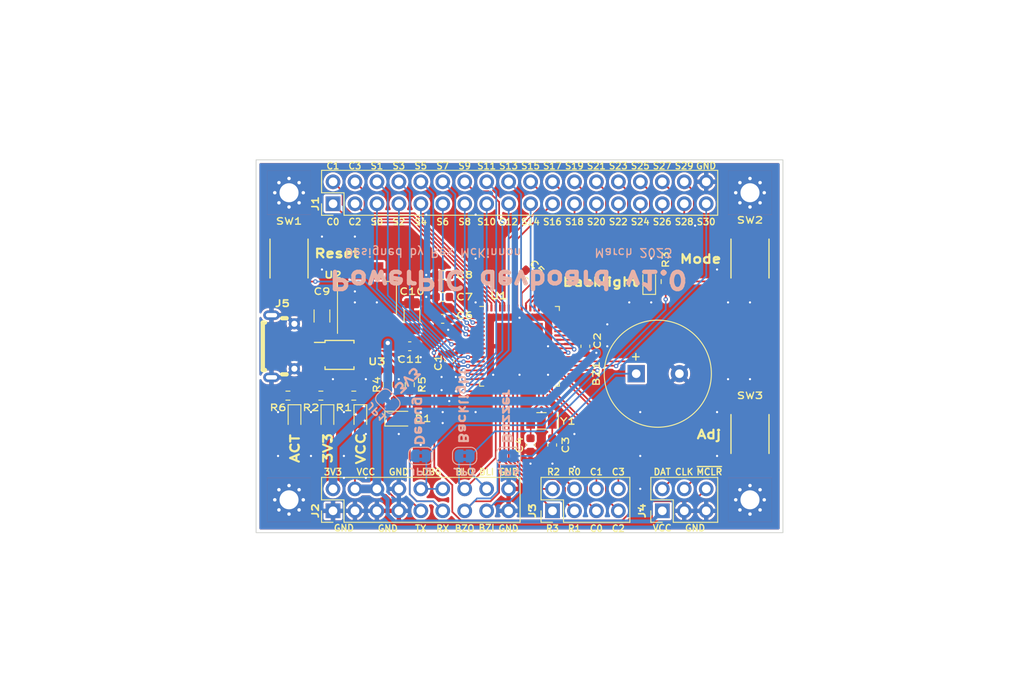
<source format=kicad_pcb>
(kicad_pcb (version 20221018) (generator pcbnew)
  (title_block (title "PowerPIC Calculator Watch") (date "2022-05-02") (rev "2.0") (comment 1 "Designed by Rex McKinnon <0xff@rexploits.com>"))
  (layers (0 "F.Cu" signal) (31 "B.Cu" signal) (34 "B.Paste" user) (35 "F.Paste" user) (36 "B.SilkS" user "B.Silkscreen") (37 "F.SilkS" user "F.Silkscreen") (38 "B.Mask" user) (39 "F.Mask" user) (44 "Edge.Cuts" user))
  (net 0 "")
  (net 1 "GND")
  (net 2 "VCC")
  (net 3 "/SEG22")
  (net 4 "/SEG25")
  (net 5 "/ROW3")
  (net 6 "/ROW2")
  (net 7 "/ROW1")
  (net 8 "/ROW0")
  (net 9 "/COL0")
  (net 10 "/COL1")
  (net 11 "/COL2")
  (net 12 "/COL3")
  (net 13 "/COM0")
  (net 14 "/COM1")
  (net 15 "/COM2")
  (net 16 "/COM3")
  (net 17 "/SEG0")
  (net 18 "/SEG1")
  (net 19 "/SEG2")
  (net 20 "/SEG3")
  (net 21 "/SEG4")
  (net 22 "/SEG5")
  (net 23 "/SEG6")
  (net 24 "/SEG7")
  (net 25 "/SEG8")
  (net 26 "/SEG9")
  (net 27 "/SEG10")
  (net 28 "/SEG11")
  (net 29 "/SEG12")
  (net 30 "/SEG13")
  (net 31 "/SEG14")
  (net 32 "/SEG15")
  (net 33 "/SEG16")
  (net 34 "/SEG17")
  (net 35 "/SEG18")
  (net 36 "/SEG19")
  (net 37 "/SEG20")
  (net 38 "/SEG21")
  (net 39 "/SEG23")
  (net 40 "/SEG24")
  (net 41 "/SEG26")
  (net 42 "/SEG27")
  (net 43 "/SEG28")
  (net 44 "/SEG29")
  (net 45 "/SEG30")
  (net 46 "VBUS")
  (net 47 "+3V3")
  (net 48 "/BUZZER_ONB")
  (net 49 "/UART_RX")
  (net 50 "/UART_TX")
  (net 51 "/DEBUG")
  (net 52 "/BUZZER")
  (net 53 "/BACKLIGHT_LED")
  (net 54 "/BACKLIGHT")
  (net 55 "/~{MCLR}")
  (net 56 "/ICSP_CLK")
  (net 57 "/ICSP_DAT")
  (net 58 "Net-(U1-RC0)")
  (net 59 "Net-(U1-RC1)")
  (net 60 "Net-(U1-CFLY1{slash}SEG32{slash}RH2)")
  (net 61 "Net-(U1-CFLY2{slash}SEG40{slash}RH3)")
  (net 62 "Net-(U1-VLCD1{slash}RE0)")
  (net 63 "Net-(U1-VLCD2{slash}RE1)")
  (net 64 "Net-(U1-VLCD3)")
  (net 65 "Net-(J5-D-)")
  (net 66 "Net-(J5-D+)")
  (net 68 "Net-(LED1-K)")
  (net 69 "Net-(LED2-K)")
  (net 70 "Net-(LED3-A)")
  (net 71 "Net-(LED4-A)")
  (net 72 "Net-(U3-TXD)")
  (net 73 "Net-(U3-RXD)")
  (net 80 "Net-(LED4-K)")
  (footprint "Resistor_SMD:R_0603_1608Metric" (layer "F.Cu") (at 73.12 103.265 -90)
    (fp_text reference "R4")
    (fp_text value "R")
  )
  (footprint "Capacitor_SMD:C_0603_1608Metric" (layer "F.Cu") (at 89.63 110.25 -90)
    (fp_text reference "C4")
    (fp_text value "TBD")
  )
  (footprint "UPL-Switches:Button_Push_SPST_C&K_PTS647Sx38SMTR2LFS" (layer "F.Cu") (at 61.69 88.66 90)
    (fp_text reference "SW1")
    (fp_text value "Reset")
  )
  (footprint "Capacitor_SMD:C_0603_1608Metric" (layer "F.Cu") (at 75.66 98.82 180)
    (fp_text reference "C11")
    (fp_text value "0.1µF")
  )
  (footprint "Resistor_SMD:R_0603_1608Metric" (layer "F.Cu") (at 61.563 104.535 180)
    (fp_text reference "R6")
    (fp_text value "R")
  )
  (footprint "Capacitor_SMD:C_0603_1608Metric" (layer "F.Cu") (at 79.47 95.645 180)
    (fp_text reference "C6")
    (fp_text value "0.27μF")
  )
  (footprint "Package_SO:MSOP-10_3x3mm_P0.5mm" (layer "F.Cu") (at 67.532 99.82)
    (fp_text reference "U3")
    (fp_text value "CH340E")
  )
  (footprint "Package_DFN_QFN:QFN-64-1EP_9x9mm_P0.5mm_EP5.4x5.4mm" (layer "F.Cu") (at 88.36 98.82)
    (fp_text reference "U1")
    (fp_text value "PIC16LF19197-xMR")
  )
  (footprint "Connector_PinHeader_2.54mm:PinHeader_2x09_P2.54mm_Vertical" (layer "F.Cu") (at 66.78 117.875 90)
    (fp_text reference "J2")
    (fp_text value "Misc I/O")
  )
  (footprint "Crystal:Crystal_SMD_MicroCrystal_CC7V-T1A-2Pin_3.2x1.5mm" (layer "F.Cu") (at 90.9 107.456 180)
    (fp_text reference "Y1")
    (fp_text value "32.768kHz")
  )
  (footprint "LED_SMD:LED_0603_1608Metric" (layer "F.Cu") (at 66.135 107.075 -90)
    (fp_text reference "LED2" hide)
    (fp_text value "3V3")
  )
  (footprint "MountingHole:MountingHole_2.2mm_M2_Pad_Via" (layer "F.Cu") (at 115.03 116.6)
    (fp_text reference "H4" hide)
    (fp_text value "MountingHole_Pad")
  )
  (footprint "UPL-Switches:Button_Push_SPST_C&K_PTS647Sx38SMTR2LFS" (layer "F.Cu") (at 115.03 108.98 90)
    (fp_text reference "SW3")
    (fp_text value "Adj")
  )
  (footprint "LED_SMD:LED_0603_1608Metric" (layer "F.Cu") (at 103.3714 91.327 90)
    (fp_text reference "LED3" hide)
    (fp_text value "Backlight")
  )
  (footprint "Package_TO_SOT_SMD:SOT-223-3_TabPin2" (layer "F.Cu") (at 70.707 93.232 90)
    (fp_text reference "U2")
    (fp_text value "AP2114")
  )
  (footprint "LED_SMD:LED_0603_1608Metric" (layer "F.Cu") (at 62.325 107.075 -90)
    (fp_text reference "LED4" hide)
    (fp_text value "ACT")
  )
  (footprint "Resistor_SMD:R_0603_1608Metric" (layer "F.Cu") (at 105.2764 91.327 90)
    (fp_text reference "R3")
    (fp_text value "TBD")
  )
  (footprint "Capacitor_SMD:C_1206_3216Metric" (layer "F.Cu") (at 65.5 95.313 90)
    (fp_text reference "C9")
    (fp_text value "4.7µF")
  )
  (footprint "Capacitor_SMD:C_0603_1608Metric" (layer "F.Cu") (at 92.14 110.25 -90)
    (fp_text reference "C3")
    (fp_text value "TBD")
  )
  (footprint "UPL-Connectors:USB_Micro-B_Receptacle_AdamTech_MCR-B-S-RA-SMT-CS5A-NF-TR" (layer "F.Cu") (at 59.658 98.82 180)
    (fp_text reference "J5")
    (fp_text value "Micro USB")
  )
  (footprint "MountingHole:MountingHole_2.2mm_M2_Pad_Via" (layer "F.Cu") (at 115.03 81.04)
    (fp_text reference "H2" hide)
    (fp_text value "MountingHole_Pad")
  )
  (footprint "Resistor_SMD:R_0603_1608Metric" (layer "F.Cu") (at 69.183 104.535 180)
    (fp_text reference "R1")
    (fp_text value "R")
  )
  (footprint "UPL-Switches:Button_Push_SPST_C&K_PTS647Sx38SMTR2LFS" (layer "F.Cu") (at 115.03 88.66 -90)
    (fp_text reference "SW2")
    (fp_text value "Mode")
  )
  (footprint "Capacitor_SMD:C_0603_1608Metric" (layer "F.Cu") (at 80.232 100.471 90)
    (fp_text reference "C1")
    (fp_text value "0.1µF")
  )
  (footprint "Diode_SMD:D_SOD-323" (layer "F.Cu") (at 74.39 107.202)
    (fp_text reference "D1")
    (fp_text value "D")
  )
  (footprint "Capacitor_SMD:C_0603_1608Metric" (layer "F.Cu") (at 89.63 90.565 135)
    (fp_text reference "C5")
    (fp_text value "1μF")
  )
  (footprint "MountingHole:MountingHole_2.2mm_M2_Pad_Via" (layer "F.Cu") (at 61.69 81.04)
    (fp_text reference "H1" hide)
    (fp_text value "MountingHole_Pad")
  )
  (footprint "Capacitor_SMD:C_0603_1608Metric" (layer "F.Cu") (at 79.47 93.105 180)
    (fp_text reference "C7")
    (fp_text value "0.27μF")
  )
  (footprint "LED_SMD:LED_0603_1608Metric" (layer "F.Cu") (at 69.945 107.075 -90)
    (fp_text reference "LED1" hide)
    (fp_text value "VCC")
  )
  (footprint "MountingHole:MountingHole_2.2mm_M2_Pad_Via" (layer "F.Cu") (at 61.69 116.6)
    (fp_text reference "H3" hide)
    (fp_text value "MountingHole_Pad")
  )
  (footprint "powerpic-devboard:Buzzer_12.2x6.5RM5" (layer "F.Cu") (at 104.362 101.995)
    (fp_text reference "BZ1")
    (fp_text value "Buzzer")
  )
  (footprint "Connector_PinHeader_2.54mm:PinHeader_2x18_P2.54mm_Vertical" (layer "F.Cu") (at 66.785 82.315 90)
    (fp_text reference "J1")
    (fp_text value "Display")
  )
  (footprint "Capacitor_SMD:C_0603_1608Metric" (layer "F.Cu") (at 79.47 90.565 180)
    (fp_text reference "C8")
    (fp_text value "0.27μF")
  )
  (footprint "Connector_PinHeader_2.54mm:PinHeader_2x03_P2.54mm_Vertical" (layer "F.Cu") (at 104.885 117.875 90)
    (fp_text reference "J4")
    (fp_text value "ICSP")
  )
  (footprint "Resistor_SMD:R_0603_1608Metric" (layer "F.Cu") (at 65.373 104.535 180)
    (fp_text reference "R2")
    (fp_text value "R")
  )
  (footprint "Capacitor_SMD:C_0603_1608Metric" (layer "F.Cu") (at 95.98 98.82 90)
    (fp_text reference "C2")
    (fp_text value "0.1µF")
  )
  (footprint "Connector_PinHeader_2.54mm:PinHeader_2x04_P2.54mm_Vertical" (layer "F.Cu") (at 92.18 117.875 90)
    (fp_text reference "J3")
    (fp_text value "Keypad")
  )
  (footprint "Capacitor_SMD:C_1206_3216Metric" (layer "F.Cu") (at 75.914 95.313 90)
    (fp_text reference "C10")
    (fp_text value "4.7µF")
  )
  (footprint "Resistor_SMD:R_0603_1608Metric" (layer "F.Cu") (at 75.66 103.265 -90)
    (fp_text reference "R5")
    (fp_text value "R")
  )
  (footprint "Jumper:SolderJumper-2_P1.3mm_Bridged_RoundedPad1.0x1.5mm" (layer "B.Cu") (at 73.12 105.17 -45)
    (fp_text reference "JP1")
    (fp_text value "3V3_en")
  )
  (footprint "Jumper:SolderJumper-2_P1.3mm_Bridged2Bar_RoundedPad1.0x1.5mm" (layer "B.Cu") (at 76.93 111.52)
    (fp_text reference "JP2")
    (fp_text value "Debug_en")
  )
  (footprint "Jumper:SolderJumper-2_P1.3mm_Bridged2Bar_RoundedPad1.0x1.5mm" (layer "B.Cu") (at 87.09 111.52)
    (fp_text reference "JP4")
    (fp_text value "Buzzer_en")
  )
  (footprint "Jumper:SolderJumper-2_P1.3mm_Bridged2Bar_RoundedPad1.0x1.5mm" (layer "B.Cu") (at 82.01 111.52)
    (fp_text reference "JP3")
    (fp_text value "Backlight_en")
  )
  (gr_rect (start 57.88 77.23) (end 118.84 120.41) (stroke (width 0.1)) (fill none) (layer "Edge.Cuts"))
  (gr_text "Buzzer" (at 86.328 110.25 -90) (layer "B.SilkS") (effects (font (size 1 1.25) (thickness 0.25) bold) (justify left bottom mirror)))
  (gr_text "PowerPIC devboard v1.0" (at 87.09 89.93 180) (layer "B.SilkS") (effects (font (size 2 2.25) (thickness 0.5) bold) (justify bottom mirror)))
  (gr_text "Debug" (at 76.168 107.456 -90) (layer "B.SilkS") (effects (font (size 1 1.25) (thickness 0.25) bold) (justify bottom mirror)))
  (gr_text "3V3" (at 73.628 103.646 -135) (layer "B.SilkS") (effects (font (size 1 1.25) (thickness 0.25) bold) (justify left bottom mirror)))
  (gr_text "March 2023" (at 106.14 87.39 180) (layer "B.SilkS") (effects (font (size 1 1)) (justify right bottom mirror)))
  (gr_text "Designed by Rex McKinnon" (at 68.04 87.39 180) (layer "B.SilkS") (effects (font (size 1 1)) (justify left bottom mirror)))
  (gr_text "Backlight" (at 81.248 110.25 -90) (layer "B.SilkS") (effects (font (size 1 1.25) (thickness 0.25) bold) (justify left bottom mirror)))
  (gr_text "C3" (at 99.79 113.806) (layer "F.SilkS") (effects (font (size 0.75 0.75)) (justify bottom)))
  (gr_text "S10" (at 84.55 84.85) (layer "F.SilkS") (effects (font (size 0.75 0.75)) (justify bottom)))
  (gr_text "VCC" (at 70.58 108.726 90) (layer "F.SilkS") (effects (font (size 1 1.25) (thickness 0.25) bold) (justify right bottom)))
  (gr_text "S28" (at 107.41 84.85) (layer "F.SilkS") (effects (font (size 0.75 0.75)) (justify bottom)))
  (gr_text "S3" (at 74.39 78.373) (layer "F.SilkS") (effects (font (size 0.75 0.75)) (justify bottom)))
  (gr_text "S22" (at 99.79 84.85) (layer "F.SilkS") (effects (font (size 0.75 0.75)) (justify bottom)))
  (gr_text "S14\n" (at 89.63 84.85) (layer "F.SilkS") (effects (font (size 0.75 0.75)) (justify bottom)))
  (gr_text "GND" (at 109.95 78.373) (layer "F.SilkS") (effects (font (size 0.75 0.75)) (justify bottom)))
  (gr_text "BLO" (at 82.01 113.806) (layer "F.SilkS") (effects (font (size 0.75 0.75)) (justify bottom)))
  (gr_text "RX" (at 79.47 120.3592) (layer "F.SilkS") (effects (font (size 0.75 0.75)) (justify bottom)))
  (gr_text "S7" (at 79.47 78.373) (layer "F.SilkS") (effects (font (size 0.75 0.75)) (justify bottom)))
  (gr_text "S11" (at 84.55 78.373) (layer "F.SilkS") (effects (font (size 0.75 0.75)) (justify bottom)))
  (gr_text "S13" (at 87.09 78.373) (layer "F.SilkS") (effects (font (size 0.75 0.75)) (justify bottom)))
  (gr_text "C3\n" (at 69.31 78.373) (layer "F.SilkS") (effects (font (size 0.75 0.75)) (justify bottom)))
  (gr_text "S25" (at 102.33 78.373) (layer "F.SilkS") (effects (font (size 0.75 0.75)) (justify bottom)))
  (gr_text "S20" (at 97.25 84.85) (layer "F.SilkS") (effects (font (size 0.75 0.75)) (justify bottom)))
  (gr_text "S19" (at 94.71 78.373) (layer "F.SilkS") (effects (font (size 0.75 0.75)) (justify bottom)))
  (gr_text "S8" (at 82.01 84.85) (layer "F.SilkS") (effects (font (size 0.75 0.75)) (justify bottom)))
  (gr_text "S1" (at 71.85 78.373) (layer "F.SilkS") (effects (font (size 0.75 0.75)) (justify bottom)))
  (gr_text "DAT" (at 104.87 113.806) (layer "F.SilkS") (effects (font (size 0.75 0.75)) (justify bottom)))
  (gr_text "BLI" (at 84.55 113.806) (layer "F.SilkS") (effects (font (size 0.75 0.75)) (justify bottom)))
  (gr_text "S15" (at 89.63 78.373) (layer "F.SilkS") (effects (font (size 0.75 0.75)) (justify bottom)))
  (gr_text "C0" (at 66.77 84.85) (layer "F.SilkS") (effects (font (size 0.75 0.75)) (justify bottom)))
  (gr_text "S26" (at 104.87 84.85) (layer "F.SilkS") (effects (font (size 0.75 0.75)) (justify bottom)))
  (gr_text "DBG" (at 78.2 113.806) (layer "F.SilkS") (effects (font (size 0.75 0.75)) (justify bottom)))
  (gr_text "C1" (at 97.25 113.806) (layer "F.SilkS") (effects (font (size 0.75 0.75)) (justify bottom)))
  (gr_text "R1" (at 94.71 120.3592) (layer "F.SilkS") (effects (font (size 0.75 0.75)) (justify bottom)))
  (gr_text "S6" (at 79.47 84.85) (layer "F.SilkS") (effects (font (size 0.75 0.75)) (justify bottom)))
  (gr_text "GND" (at 108.68 120.3084) (layer "F.SilkS") (effects (font (size 0.75 0.75)) (justify bottom)))
  (gr_text "S2" (at 74.39 84.85) (layer "F.SilkS") (effects (font (size 0.75 0.75)) (justify bottom)))
  (gr_text "3V3" (at 66.77 108.726 90) (layer "F.SilkS") (effects (font (size 1 1.25) (thickness 0.25) bold) (justify right bottom)))
  (gr_text "CLK" (at 107.41 113.806) (layer "F.SilkS") (effects (font (size 0.75 0.75)) (justify bottom)))
  (gr_text "Reset" (at 64.484 88.66) (layer "F.SilkS") (effects (font (size 1 1.25) (thickness 0.25) bold) (justify left bottom)))
  (gr_text "S9\n" (at 82.01 78.373) (layer "F.SilkS") (effects (font (size 0.75 0.75)) (justify bottom)))
  (gr_text "S5" (at 76.93 78.373) (layer "F.SilkS") (effects (font (size 0.75 0.75)) (justify bottom)))
  (gr_text "C1" (at 66.77 78.373) (layer "F.SilkS") (effects (font (size 0.75 0.75)) (justify bottom)))
  (gr_text "S16" (at 92.17 84.85) (layer "F.SilkS") (effects (font (size 0.75 0.75)) (justify bottom)))
  (gr_text "C2" (at 69.31 84.85) (layer "F.SilkS") (effects (font (size 0.75 0.75)) (justify bottom)))
  (gr_text "BZO\n" (at 82.01 120.3592) (layer "F.SilkS") (effects (font (size 0.75 0.75)) (justify bottom)))
  (gr_text "VCC" (at 104.87 120.3084) (layer "F.SilkS") (effects (font (size 0.75 0.75)) (justify bottom)))
  (gr_text "C2\n" (at 99.79 120.3592) (layer "F.SilkS") (effects (font (size 0.75 0.75)) (justify bottom)))
  (gr_text "3V3" (at 66.77 113.806) (layer "F.SilkS") (effects (font (size 0.75 0.75)) (justify bottom)))
  (gr_text "S27" (at 104.87 78.373) (layer "F.SilkS") (effects (font (size 0.75 0.75)) (justify bottom)))
  (gr_text "Backlight" (at 93.2114 91.962) (layer "F.SilkS") (effects (font (size 1 1.25) (thickness 0.25) bold) (justify left bottom)))
  (gr_text "ACT" (at 62.96 108.853 90) (layer "F.SilkS") (effects (font (size 1 1.25) (thickness 0.25) bold) (justify right bottom)))
  (gr_text "~{MCLR}" (at 110.331 113.806) (layer "F.SilkS") (effects (font (size 0.75 0.75)) (justify bottom)))
  (gr_text "BZI\n" (at 84.55 120.3084) (layer "F.SilkS") (effects (font (size 0.75 0.75)) (justify bottom)))
  (gr_text "S29" (at 107.41 78.373) (layer "F.SilkS") (effects (font (size 0.75 0.75)) (justify bottom)))
  (gr_text "R2" (at 92.297 113.806) (layer "F.SilkS") (effects (font (size 0.75 0.75)) (justify bottom)))
  (gr_text "C0" (at 97.25 120.3592) (layer "F.SilkS") (effects (font (size 0.75 0.75)) (justify bottom)))
  (gr_text "S23" (at 99.79 78.373) (layer "F.SilkS") (effects (font (size 0.75 0.75)) (justify bottom)))
  (gr_text "S30" (at 109.95 84.85) (layer "F.SilkS") (effects (font (size 0.75 0.75)) (justify bottom)))
  (gr_text "S12\n" (at 87.09 84.85) (layer "F.SilkS") (effects (font (size 0.75 0.75)) (justify bottom)))
  (gr_text "S24" (at 102.33 84.85) (layer "F.SilkS") (effects (font (size 0.75 0.75)) (justify bottom)))
  (gr_text "GND" (at 68.04 120.3084) (layer "F.SilkS") (effects (font (size 0.75 0.75)) (justify bottom)))
  (gr_text "Mode" (at 111.855 89.295) (layer "F.SilkS") (effects (font (size 1 1.25) (thickness 0.25) bold) (justify right bottom)))
  (gr_text "R3" (at 92.17 120.3592) (layer "F.SilkS") (effects (font (size 0.75 0.75)) (justify bottom)))
  (gr_text "GND" (at 87.09 120.3592) (layer "F.SilkS") (effects (font (size 0.75 0.75)) (justify bottom)))
  (gr_text "S21" (at 97.25 78.373) (layer "F.SilkS") (effects (font (size 0.75 0.75)) (justify bottom)))
  (gr_text "R0" (at 94.71 113.806) (layer "F.SilkS") (effects (font (size 0.75 0.75)) (justify bottom)))
  (gr_text "GND" (at 74.39 113.806) (layer "F.SilkS") (effects (font (size 0.75 0.75)) (justify bottom)))
  (gr_text "TX\n" (at 76.93 120.3592) (layer "F.SilkS") (effects (font (size 0.75 0.75)) (justify bottom)))
  (gr_text "S0" (at 71.85 84.85) (layer "F.SilkS") (effects (font (size 0.75 0.75) (thickness 0.15) bold) (justify bottom)))
  (gr_text "VCC" (at 70.58 113.806) (layer "F.SilkS") (effects (font (size 0.75 0.75)) (justify bottom)))
  (gr_text "GND" (at 87.09 113.806) (layer "F.SilkS") (effects (font (size 0.75 0.75)) (justify bottom)))
  (gr_text "Adj" (at 111.855 109.615) (layer "F.SilkS") (effects (font (size 1 1.25) (thickness 0.25) bold) (justify right bottom)))
  (gr_text "GND" (at 73.12 120.3592) (layer "F.SilkS") (effects (font (size 0.75 0.75)) (justify bottom)))
  (gr_text "S4" (at 76.93 84.85) (layer "F.SilkS") (effects (font (size 0.75 0.75)) (justify bottom)))
  (gr_text "S18" (at 94.71 84.85) (layer "F.SilkS") (effects (font (size 0.75 0.75)) (justify bottom)))
  (gr_text "S17" (at 92.17 78.373) (layer "F.SilkS") (effects (font (size 0.75 0.75)) (justify bottom)))
  (segment (start 92.7999 98.5676) (end 95.4574 98.5676) (width 0.2) (layer "F.Cu") (net 1))
  (segment (start 80.858 99.07) (end 80.232 99.696) (width 0.2) (layer "F.Cu") (net 1))
  (segment (start 95.4574 98.5676) (end 95.98 98.045) (width 0.2) (layer "F.Cu") (net 1))
  (segment (start 92.7975 98.57) (end 91.662 98.82) (width 0.2) (layer "F.Cu") (net 1))
  (segment (start 83.9225 99.07) (end 80.858 99.07) (width 0.2) (layer "F.Cu") (net 1))
  (segment (start 65.332 99.82) (end 63.865 99.82) (width 0.2) (layer "F.Cu") (net 1))
  (segment (start 91.793 98.57) (end 91.789 98.566) (width 0.2) (layer "F.Cu") (net 1))
  (segment (start 92.7975 98.57) (end 92.7999 98.5676) (width 0.2) (layer "F.Cu") (net 1))
  (segment (start 91.662 98.82) (end 91.793 98.57) (width 0.2) (layer "F.Cu") (net 1))
  (segment (start 65.332 99.82) (end 67.04 99.82) (width 0.2) (layer "F.Cu") (net 1))
  (segment (start 85.054 99.07) (end 85.058 99.074) (width 0.2) (layer "F.Cu") (net 1))
  (segment (start 83.9225 99.07) (end 85.054 99.07) (width 0.2) (layer "F.Cu") (net 1))
  (via (at 66.77 102.63) (size 0.508) (drill 0.254) (layers "F.Cu" "B.Cu") (net 1))
  (via (at 88.36 102.122) (size 0.508) (drill 0.254) (layers "F.Cu" "B.Cu") (net 1))
  (via (at 80.994 104.027) (size 0.508) (drill 0.254) (layers "F.Cu" "B.Cu") (net 1))
  (via (at 74.39 102.63) (size 0.508) (drill 0.254) (layers "F.Cu" "B.Cu") (net 1))
  (via (at 83.28 106.44) (size 0.508) (drill 0.254) (layers "F.Cu" "B.Cu") (net 1))
  (via (at 115.03 102.63) (size 0.508) (drill 0.254) (layers "F.Cu" "B.Cu") (net 1))
  (via (at 77.565 83.58) (size 0.508) (drill 0.254) (layers "F.Cu" "B.Cu") (net 1))
  (via (at 101.06 93.74) (size 0.508) (drill 0.254) (layers "F.Cu" "B.Cu") (net 1))
  (via (at 111.22 111.52) (size 0.508) (drill 0.254) (layers "F.Cu" "B.Cu") (net 1))
  (via (at 111.22 106.44) (size 0.508) (drill 0.254) (layers "F.Cu" "B.Cu") (net 1))
  (via (at 77.565 93.105) (size 0.508) (drill 0.254) (layers "F.Cu" "B.Cu") (net 1))
  (via (at 103.6 93.74) (size 0.508) (drill 0.254) (layers "F.Cu" "B.Cu") (net 1))
  (via (at 79.216 100.598) (size 0.508) (drill 0.254) (layers "F.Cu" "B.Cu") (net 1))
  (via (at 74.39 100.09) (size 0.508) (drill 0.254) (layers "F.Cu" "B.Cu") (net 1))
  (via (at 94.71 112.79) (size 0.508) (drill 0.254) (layers "F.Cu" "B.Cu") (net 1))
  (via (at 70.58 102.63) (size 0.508) (drill 0.254) (layers "F.Cu" "B.Cu") (net 1))
  (via (at 91.662 98.82) (size 0.508) (drill 0.254) (layers "F.Cu" "B.Cu") (net 1))
  (via (at 79.47 107.71) (size 0.508) (drill 0.254) (layers "F.Cu" "B.Cu") (net 1))
  (via (at 115.03 93.74) (size 0.508) (drill 0.254) (layers "F.Cu" "B.Cu") (net 1))
  (via (at 83.28 83.58) (size 0.508) (drill 0.254) (layers "F.Cu" "B.Cu") (net 1))
  (via (at 71.85 93.74) (size 0.508) (drill 0.254) (layers "F.Cu" "B.Cu") (net 1))
  (via (at 69.31 93.74) (size 0.508) (drill 0.254) (layers "F.Cu" "B.Cu") (net 1))
  (via (at 89.63 117.87) (size 0.508) (drill 0.254) (layers "F.Cu" "B.Cu") (net 1))
  (via (at 69.31 92.47) (size 0.508) (drill 0.254) (layers "F.Cu" "B.Cu") (net 1))
  (via (at 65.5 86.12) (size 0.508) (drill 0.254) (layers "F.Cu" "B.Cu") (net 1))
  (via (at 60.42 106.44) (size 0.508) (drill 0.254) (layers "F.Cu" "B.Cu") (net 1))
  (via (at 80.105 96.915) (size 0.508) (drill 0.254) (layers "F.Cu" "B.Cu") (net 1))
  (via (at 74.39 108.98) (size 0.508) (drill 0.254) (layers "F.Cu" "B.Cu") (net 1))
  (via (at 102.33 115.33) (size 0.508) (drill 0.254) (layers "F.Cu" "B.Cu") (net 1))
  (via (at 76.93 100.09) (size 0.508) (drill 0.254) (layers "F.Cu" "B.Cu") (net 1))
  (via (at 79.343 103.9) (size 0.508) (drill 0.254) (layers "F.Cu" "B.Cu") (net 1))
  (via (at 102.33 106.44) (size 0.508) (drill 0.254) (layers "F.Cu" "B.Cu") (net 1))
  (via (at 76.93 106.44) (size 0.508) (drill 0.254) (layers "F.Cu" "B.Cu") (net 1))
  (via (at 68.04 111.52) (size 0.508) (drill 0.254) (layers "F.Cu" "B.Cu") (net 1))
  (via (at 70.58 108.98) (size 0.508) (drill 0.254) (layers "F.Cu" "B.Cu") (net 1))
  (via (at 88.36 95.518) (size 0.508) (drill 0.254) (layers "F.Cu" "B.Cu") (net 1))
  (via (at 98.52 96.28) (size 0.508) (drill 0.254) (layers "F.Cu" "B.Cu") (net 1))
  (via (at 68.04 106.44) (size 0.508) (drill 0.254) (layers "F.Cu" "B.Cu") (net 1))
  (via (at 102.33 111.52) (size 0.508) (drill 0.254) (layers "F.Cu" "B.Cu") (net 1))
  (via (at 85.312 102.122) (size 0.508) (drill 0.254) (layers "F.Cu" "B.Cu") (net 1))
  (via (at 76.93 103.9) (size 0.508) (drill 0.254) (layers "F.Cu" "B.Cu") (net 1))
  (via (at 83.28 88.66) (size 0.508) (drill 0.254) (layers "F.Cu" "B.Cu") (net 1))
  (via (at 69.31 86.12) (size 0.508) (drill 0.254) (layers "F.Cu" "B.Cu") (net 1))
  (via (at 112.49 102.63) (size 0.508) (drill 0.254) (layers "F.Cu" "B.Cu") (net 1))
  (via (at 111.22 89.93) (size 0.508) (drill 0.254) (layers "F.Cu" "B.Cu") (net 1))
  (via (at 79.343 102.376) (size 0.508) (drill 0.254) (layers "F.Cu" "B.Cu") (net 1))
  (via (at 70.58 114.06) (size 0.508) (drill 0.254) (layers "F.Cu" "B.Cu") (net 1))
  (via (at 103.6 88.66) (size 0.508) (drill 0.254) (layers "F.Cu" "B.Cu") (net 1))
  (via (at 77.565 90.565) (size 0.508) (drill 0.254) (layers "F.Cu" "B.Cu") (net 1))
  (via (at 76.93 110.25) (size 0.508) (drill 0.254) (layers "F.Cu" "B.Cu") (net 1))
  (via (at 98.52 98.82) (size 0.508) (drill 0.254) (layers "F.Cu" "B.Cu") (net 1))
  (via (at 68.04 114.06) (size 0.508) (drill 0.254) (layers "F.Cu" "B.Cu") (net 1))
  (via (at 92.17 112.409) (size 0.508) (drill 0.254) (layers "F.Cu" "B.Cu") (net 1))
  (via (at 108.68 84.85) (size 0.508) (drill 0.254) (layers "F.Cu" "B.Cu") (net 1))
  (via (at 89.63 112.409) (size 0.508) (drill 0.254) (layers "F.Cu" "B.Cu") (net 1))
  (via (at 64.23 111.52) (size 0.508) (drill 0.254) (layers "F.Cu" "B.Cu") (net 1))
  (via (at 64.23 106.44) (size 0.508) (drill 0.254) (layers "F.Cu" "B.Cu") (net 1))
  (via (at 65.5 89.93) (size 0.508) (drill 0.254) (layers "F.Cu" "B.Cu") (net 1))
  (via (at 79.47 106.44) (size 0.508) (drill 0.254) (layers "F.Cu" "B.Cu") (net 1))
  (via (at 91.662 102.122) (size 0.508) (drill 0.254) (layers "F.Cu" "B.Cu") (net 1))
  (via (at 90.9 106.44) (size 0.508) (drill 0.254) (layers "F.Cu" "B.Cu") (net 1))
  (via (at 83.28 93.74) (size 0.508) (drill 0.254) (layers "F.Cu" "B.Cu") (net 1))
  (via (at 60.42 111.52) (size 0.508) (drill 0.254) (layers "F.Cu" "B.Cu") (net 1))
  (via (at 80.994 102.376) (size 0.508) (drill 0.254) (layers "F.Cu" "B.Cu") (net 1))
  (via (at 102.33 117.87) (size 0.508) (drill 0.254) (layers "F.Cu" "B.Cu") (net 1))
  (via (at 94.71 108.98) (size 0.508) (drill 0.254) (layers "F.Cu" "B.Cu") (net 1))
  (via (at 112.49 93.74) (size 0.508) (drill 0.254) (layers "F.Cu" "B.Cu") (net 1))
  (segment (start 80.232 101.246) (end 80.232 105.17) (width 0.2) (layer "F.Cu") (net 2))
  (segment (start 97.237 99.595) (end 97.25 99.582) (width 0.2) (layer "F.Cu") (net 2))
  (segment (start 92.7975 100.07) (end 95.505 100.07) (width 0.2) (layer "F.Cu") (net 2))
  (segment (start 95.505 100.07) (end 95.98 99.595) (width 0.2) (layer "F.Cu") (net 2))
  (segment (start 69.945 107.8625) (end 69.32 108.4875) (width 0.2) (layer "F.Cu") (net 2))
  (segment (start 69.32 108.4875) (end 69.32 115.335) (width 0.2) (layer "F.Cu") (net 2))
  (segment (start 95.98 99.595) (end 97.237 99.595) (width 0.2) (layer "F.Cu") (net 2))
  (segment (start 80.232 101.246) (end 81.908 99.57) (width 0.2) (layer "F.Cu") (net 2))
  (segment (start 69.32 115.335) (end 71.86 115.335) (width 1) (layer "F.Cu") (net 2))
  (segment (start 81.908 99.57) (end 83.9225 99.57) (width 0.2) (layer "F.Cu") (net 2))
  (via (at 97.25 99.582) (size 0.508) (drill 0.254) (layers "F.Cu" "B.Cu") (net 2))
  (via (at 80.232 105.17) (size 0.508) (drill 0.254) (layers "F.Cu" "B.Cu") (net 2))
  (segment (start 73.0874 118.298206) (end 73.0874 116.5624) (width 0.45) (layer "B.Cu") (net 2))
  (segment (start 71.85 108.7448) (end 71.85 107.71) (width 1) (layer "B.Cu") (net 2))
  (segment (start 71.85 107.71) (end 74.39 105.17) (width 1) (layer "B.Cu") (net 2))
  (segment (start 71.86 115.335) (end 71.86 108.7548) (width 1) (layer "B.Cu") (net 2))
  (segment (start 71.86 115.335) (end 69.32 115.335) (width 1) (layer "B.Cu") (net 2))
  (segment (start 73.0874 116.5624) (end 71.86 115.335) (width 0.45) (layer "B.Cu") (net 2))
  (segment (start 103.6576 119.1024) (end 73.891594 119.1024) (width 0.45) (layer "B.Cu") (net 2))
  (segment (start 71.86 108.7548) (end 71.85 108.7448) (width 1) (layer "B.Cu") (net 2))
  (segment (start 91.662 105.17) (end 97.25 99.582) (width 1) (layer "B.Cu") (net 2))
  (segment (start 74.39 105.17) (end 80.232 105.17) (width 1) (layer "B.Cu") (net 2))
  (segment (start 104.885 117.875) (end 103.6576 119.1024) (width 0.45) (layer "B.Cu") (net 2))
  (segment (start 80.232 105.17) (end 91.662 105.17) (width 1) (layer "B.Cu") (net 2))
  (segment (start 73.891594 119.1024) (end 73.0874 118.298206) (width 0.45) (layer "B.Cu") (net 2))
  (segment (start 91.61 93.827032) (end 99.805 85.632032) (width 0.2) (layer "F.Cu") (net 3))
  (segment (start 99.805 85.632032) (end 99.805 82.315) (width 0.2) (layer "F.Cu") (net 3))
  (segment (start 91.61 94.3825) (end 91.61 93.827032) (width 0.2) (layer "F.Cu") (net 3))
  (segment (start 93.735558 95.57) (end 103.4474 85.858158) (width 0.2) (layer "F.Cu") (net 4))
  (segment (start 103.4474 80.8774) (end 102.345 79.775) (width 0.2) (layer "F.Cu") (net 4))
  (segment (start 92.7975 95.57) (end 93.735558 95.57) (width 0.2) (layer "F.Cu") (net 4))
  (segment (start 103.4474 85.858158) (end 103.4474 80.8774) (width 0.2) (layer "F.Cu") (net 4))
  (segment (start 86.61 112.154105) (end 92.18 117.724105) (width 0.2) (layer "F.Cu") (net 5))
  (segment (start 86.61 103.2575) (end 86.61 112.154105) (width 0.2) (layer "F.Cu") (net 5))
  (segment (start 92.18 117.724105) (end 92.18 117.875) (width 0.2) (layer "F.Cu") (net 5))
  (segment (start 92.18 115.335) (end 90.289264 115.335) (width 0.2) (layer "F.Cu") (net 6))
  (segment (start 87.11 112.155736) (end 87.11 103.2575) (width 0.2) (layer "F.Cu") (net 6))
  (segment (start 90.289264 115.335) (end 87.11 112.155736) (width 0.2) (layer "F.Cu") (net 6))
  (segment (start 89.657717 114.205085) (end 92.609115 114.205085) (width 0.2) (layer "F.Cu") (net 7))
  (segment (start 88.750632 113.298) (end 89.657717 114.205085) (width 0.2) (layer "F.Cu") (net 7))
  (segment (start 87.61 112.157368) (end 88.750632 113.298) (width 0.2) (layer "F.Cu") (net 7))
  (segment (start 87.61 103.2575) (end 87.61 112.157368) (width 0.2) (layer "F.Cu") (net 7))
  (segment (start 92.609115 114.205085) (end 93.6176 115.21357) (width 0.2) (layer "F.Cu") (net 7))
  (segment (start 93.6176 116.7726) (end 94.72 117.875) (width 0.2) (layer "F.Cu") (net 7))
  (segment (start 93.6176 115.21357) (end 93.6176 116.7726) (width 0.2) (layer "F.Cu") (net 7))
  (segment (start 94.72 115.335) (end 93.237685 113.852685) (width 0.2) (layer "F.Cu") (net 8))
  (segment (start 88.11 112.159) (end 88.11 103.2575) (width 0.2) (layer "F.Cu") (net 8))
  (segment (start 89.803685 113.852685) (end 88.11 112.159) (width 0.2) (layer "F.Cu") (net 8))
  (segment (start 93.237685 113.852685) (end 89.803685 113.852685) (width 0.2) (layer "F.Cu") (net 8))
  (segment (start 96.1576 108.3702) (end 96.1576 116.7726) (width 0.2) (layer "F.Cu") (net 9))
  (segment (start 91.61 103.2575) (end 91.61 103.8226) (width 0.2) (layer "F.Cu") (net 9))
  (segment (start 91.61 103.8226) (end 96.1576 108.3702) (width 0.2) (layer "F.Cu") (net 9))
  (segment (start 96.1576 116.7726) (end 97.26 117.875) (width 0.2) (layer "F.Cu") (net 9))
  (segment (start 97.26 110.0722) (end 97.26 115.335) (width 0.2) (layer "F.Cu") (net 10))
  (segment (start 92.11 103.2575) (end 92.11 103.8146) (width 0.2) (layer "F.Cu") (net 10))
  (segment (start 92.11 103.8146) (end 97.26 108.9646) (width 0.2) (layer "F.Cu") (net 10))
  (segment (start 97.26 108.9646) (end 97.26 110.0722) (width 0.2) (layer "F.Cu") (net 10))
  (segment (start 98.3624 107.5778) (end 98.3624 116.4374) (width 0.2) (layer "F.Cu") (net 11))
  (segment (start 93.3546 102.57) (end 98.3624 107.5778) (width 0.2) (layer "F.Cu") (net 11))
  (segment (start 98.3624 116.4374) (end 99.8 117.875) (width 0.2) (layer "F.Cu") (net 11))
  (segment (start 92.7975 102.57) (end 93.3546 102.57) (width 0.2) (layer "F.Cu") (net 11))
  (segment (start 93.3638 102.0712) (end 99.8 108.5074) (width 0.2) (layer "F.Cu") (net 12))
  (segment (start 99.8 108.5074) (end 99.8 115.335) (width 0.2) (layer "F.Cu") (net 12))
  (segment (start 93.354168 102.0712) (end 93.3638 102.0712) (width 0.2) (layer "F.Cu") (net 12))
  (segment (start 93.352968 102.07) (end 93.354168 102.0712) (width 0.2) (layer "F.Cu") (net 12))
  (segment (start 92.7975 102.07) (end 93.352968 102.07) (width 0.2) (layer "F.Cu") (net 12))
  (segment (start 85.11 94.3825) (end 85.11 93.8174) (width 0.2) (layer "F.Cu") (net 13))
  (segment (start 68.9446 84.4746) (end 66.785 82.315) (width 0.2) (layer "F.Cu") (net 13))
  (segment (start 85.11 93.8174) (end 75.7672 84.4746) (width 0.2) (layer "F.Cu") (net 13))
  (segment (start 75.7672 84.4746) (end 68.9446 84.4746) (width 0.2) (layer "F.Cu") (net 13))
  (segment (start 85.5914 93.800432) (end 75.913168 84.1222) (width 0.2) (layer "F.Cu") (net 14))
  (segment (start 67.8874 80.8774) (end 66.785 79.775) (width 0.2) (layer "F.Cu") (net 14))
  (segment (start 85.61 93.8348) (end 85.5914 93.8162) (width 0.2) (layer "F.Cu") (net 14))
  (segment (start 85.61 94.3825) (end 85.61 93.8348) (width 0.2) (layer "F.Cu") (net 14))
  (segment (start 69.57317 84.1222) (end 67.8874 82.43643) (width 0.2) (layer "F.Cu") (net 14))
  (segment (start 85.5914 93.8162) (end 85.5914 93.800432) (width 0.2) (layer "F.Cu") (net 14))
  (segment (start 75.913168 84.1222) (end 69.57317 84.1222) (width 0.2) (layer "F.Cu") (net 14))
  (segment (start 67.8874 82.43643) (end 67.8874 80.8774) (width 0.2) (layer "F.Cu") (net 14))
  (segment (start 85.9438 93.6606) (end 85.9438 93.654463) (width 0.2) (layer "F.Cu") (net 15))
  (segment (start 86.11 93.8268) (end 85.9438 93.6606) (width 0.2) (layer "F.Cu") (net 15))
  (segment (start 70.7798 83.7698) (end 69.325 82.315) (width 0.2) (layer "F.Cu") (net 15))
  (segment (start 86.11 94.3825) (end 86.11 93.8268) (width 0.2) (layer "F.Cu") (net 15))
  (segment (start 85.9438 93.654463) (end 76.059136 83.7698) (width 0.2) (layer "F.Cu") (net 15))
  (segment (start 76.059136 83.7698) (end 70.7798 83.7698) (width 0.2) (layer "F.Cu") (net 15))
  (segment (start 86.61 93.8188) (end 76.2086 83.4174) (width 0.2) (layer "F.Cu") (net 16))
  (segment (start 86.61 94.3825) (end 86.61 93.8188) (width 0.2) (layer "F.Cu") (net 16))
  (segment (start 70.4274 80.8774) (end 69.325 79.775) (width 0.2) (layer "F.Cu") (net 16))
  (segment (start 71.07317 83.4174) (end 70.4274 82.77163) (width 0.2) (layer "F.Cu") (net 16))
  (segment (start 70.4274 82.77163) (end 70.4274 80.8774) (width 0.2) (layer "F.Cu") (net 16))
  (segment (start 76.2086 83.4174) (end 71.07317 83.4174) (width 0.2) (layer "F.Cu") (net 16))
  (segment (start 83.9225 101.57) (end 83.8785 101.614) (width 0.2) (layer "F.Cu") (net 17))
  (segment (start 83.8785 101.614) (end 81.883 101.614) (width 0.2) (layer "F.Cu") (net 17))
  (via (at 81.883 101.614) (size 0.508) (drill 0.254) (layers "F.Cu" "B.Cu") (net 17))
  (segment (start 81.294638 101.614) (end 71.865 92.184362) (width 0.2) (layer "B.Cu") (net 17))
  (segment (start 81.883 101.614) (end 81.294638 101.614) (width 0.2) (layer "B.Cu") (net 17))
  (segment (start 71.865 92.184362) (end 71.865 82.315) (width 0.2) (layer "B.Cu") (net 17))
  (segment (start 83.9225 101.07) (end 82.4249 101.07) (width 0.2) (layer "F.Cu") (net 18))
  (segment (start 82.4249 101.07) (end 82.391 101.1039) (width 0.2) (layer "F.Cu") (net 18))
  (via (at 82.391 101.1039) (size 0.508) (drill 0.254) (layers "F.Cu" "B.Cu") (net 18))
  (segment (start 81.283406 101.1044) (end 73.12 92.940994) (width 0.2) (layer "B.Cu") (net 18))
  (segment (start 82.3905 101.1044) (end 81.283406 101.1044) (width 0.2) (layer "B.Cu") (net 18))
  (segment (start 73.12 92.940994) (end 73.12 81.03) (width 0.2) (layer "B.Cu") (net 18))
  (segment (start 82.391 101.1039) (end 82.3905 101.1044) (width 0.2) (layer "B.Cu") (net 18))
  (segment (start 73.12 81.03) (end 71.865 79.775) (width 0.2) (layer "B.Cu") (net 18))
  (segment (start 83.9225 100.57) (end 83.8945 100.598) (width 0.2) (layer "F.Cu") (net 19))
  (segment (start 83.8945 100.598) (end 81.883 100.598) (width 0.2) (layer "F.Cu") (net 19))
  (via (at 81.883 100.598) (size 0.508) (drill 0.254) (layers "F.Cu" "B.Cu") (net 19))
  (segment (start 74.405 93.727626) (end 74.405 82.315) (width 0.2) (layer "B.Cu") (net 19))
  (segment (start 81.883 100.598) (end 81.275374 100.598) (width 0.2) (layer "B.Cu") (net 19))
  (segment (start 81.275374 100.598) (end 74.405 93.727626) (width 0.2) (layer "B.Cu") (net 19))
  (segment (start 83.9225 100.07) (end 82.411 100.07) (width 0.2) (layer "F.Cu") (net 20))
  (segment (start 82.411 100.07) (end 82.391 100.09) (width 0.2) (layer "F.Cu") (net 20))
  (via (at 82.391 100.09) (size 0.508) (drill 0.254) (layers "F.Cu" "B.Cu") (net 20))
  (segment (start 75.66 94.484258) (end 75.66 81.03) (width 0.2) (layer "B.Cu") (net 20))
  (segment (start 82.391 100.09) (end 81.265742 100.09) (width 0.2) (layer "B.Cu") (net 20))
  (segment (start 81.265742 100.09) (end 75.66 94.484258) (width 0.2) (layer "B.Cu") (net 20))
  (segment (start 75.66 81.03) (end 74.405 79.775) (width 0.2) (layer "B.Cu") (net 20))
  (segment (start 83.9225 98.57) (end 80.5101 98.57) (width 0.2) (layer "F.Cu") (net 21))
  (segment (start 80.5101 98.57) (end 80.486 98.5941) (width 0.2) (layer "F.Cu") (net 21))
  (via (at 80.486 98.5941) (size 0.508) (drill 0.254) (layers "F.Cu" "B.Cu") (net 21))
  (segment (start 80.486 98.5941) (end 76.945 95.0531) (width 0.2) (layer "B.Cu") (net 21))
  (segment (start 76.945 95.0531) (end 76.945 82.315) (width 0.2) (layer "B.Cu") (net 21))
  (segment (start 83.9225 97.57) (end 82.282734 97.57) (width 0.2) (layer "F.Cu") (net 22))
  (segment (start 82.282734 97.57) (end 82.134811 97.422077) (width 0.2) (layer "F.Cu") (net 22))
  (segment (start 83.9225 97.57) (end 83.8979 97.5946) (width 0.2) (layer "F.Cu") (net 22))
  (via (at 82.134811 97.422077) (size 0.508) (drill 0.254) (layers "F.Cu" "B.Cu") (net 22))
  (segment (start 78.3826 93.669866) (end 78.3826 93.1812) (width 0.2) (layer "B.Cu") (net 22))
  (segment (start 78.3826 93.1812) (end 78.3826 81.2126) (width 0.2) (layer "B.Cu") (net 22))
  (segment (start 78.3826 81.2126) (end 76.945 79.775) (width 0.2) (layer "B.Cu") (net 22))
  (segment (start 82.134811 97.422077) (end 78.3826 93.669866) (width 0.2) (layer "B.Cu") (net 22))
  (segment (start 83.9225 97.07) (end 82.512998 97.07) (width 0.2) (layer "F.Cu") (net 23))
  (segment (start 82.512998 97.07) (end 82.209402 96.766404) (width 0.2) (layer "F.Cu") (net 23))
  (via (at 82.209402 96.766404) (size 0.508) (drill 0.254) (layers "F.Cu" "B.Cu") (net 23))
  (segment (start 79.485 93.4098) (end 79.485 82.315) (width 0.2) (layer "B.Cu") (net 23))
  (segment (start 82.209402 96.766404) (end 79.485 94.042002) (width 0.2) (layer "B.Cu") (net 23))
  (segment (start 79.485 94.042002) (end 79.485 93.4098) (width 0.2) (layer "B.Cu") (net 23))
  (segment (start 82.740749 96.5823) (end 82.262123 96.103674) (width 0.2) (layer "F.Cu") (net 24))
  (segment (start 83.9102 96.5823) (end 82.740749 96.5823) (width 0.2) (layer "F.Cu") (net 24))
  (segment (start 83.9225 96.57) (end 83.9102 96.5823) (width 0.2) (layer "F.Cu") (net 24))
  (via (at 82.262123 96.103674) (size 0.508) (drill 0.254) (layers "F.Cu" "B.Cu") (net 24))
  (segment (start 82.262123 96.103674) (end 80.9226 94.764151) (width 0.2) (layer "B.Cu") (net 24))
  (segment (start 80.9226 94.764151) (end 80.9226 81.2126) (width 0.2) (layer "B.Cu") (net 24))
  (segment (start 80.9226 81.2126) (end 79.485 79.775) (width 0.2) (layer "B.Cu") (net 24))
  (segment (start 83.9225 96.07) (end 82.9557 96.07) (width 0.2) (layer "F.Cu") (net 25))
  (segment (start 82.9557 96.07) (end 82.9498 96.0759) (width 0.2) (layer "F.Cu") (net 25))
  (via (at 82.9498 96.0759) (size 0.508) (drill 0.254) (layers "F.Cu" "B.Cu") (net 25))
  (segment (start 82.9498 96.0759) (end 82.025 95.1511) (width 0.2) (layer "B.Cu") (net 25))
  (segment (start 82.025 95.1511) (end 82.025 82.315) (width 0.2) (layer "B.Cu") (net 25))
  (segment (start 84.61 103.2575) (end 82.3985 103.2575) (width 0.2) (layer "F.Cu") (net 26))
  (segment (start 82.025 79.775) (end 83.1274 80.8774) (width 0.2) (layer "F.Cu") (net 26))
  (segment (start 83.1274 80.8774) (end 84.7684 80.8774) (width 0.2) (layer "F.Cu") (net 26))
  (segment (start 86.0026 84.0166) (end 86.3788 84.3928) (width 0.2) (layer "F.Cu") (net 26))
  (segment (start 86.0026 82.1116) (end 86.0026 82.437) (width 0.2) (layer "F.Cu") (net 26))
  (segment (start 82.3985 103.2575) (end 82.391 103.265) (width 0.2) (layer "F.Cu") (net 26))
  (segment (start 86.0026 82.437) (end 86.0026 84.0166) (width 0.2) (layer "F.Cu") (net 26))
  (segment (start 84.7684 80.8774) (end 85.693 81.802) (width 0.2) (layer "F.Cu") (net 26))
  (segment (start 85.693 81.802) (end 86.0026 82.1116) (width 0.2) (layer "F.Cu") (net 26))
  (via (at 82.391 103.265) (size 0.508) (drill 0.254) (layers "F.Cu" "B.Cu") (net 26))
  (via (at 86.3788 84.3928) (size 0.508) (drill 0.254) (layers "F.Cu" "B.Cu") (net 26))
  (segment (start 82.460426 103.265) (end 82.391 103.265) (width 0.2) (layer "B.Cu") (net 26))
  (segment (start 86.3788 99.346626) (end 82.460426 103.265) (width 0.2) (layer "B.Cu") (net 26))
  (segment (start 86.3788 84.3928) (end 86.3788 99.346626) (width 0.2) (layer "B.Cu") (net 26))
  (segment (start 82.4409 102.07) (end 82.391 102.1199) (width 0.2) (layer "F.Cu") (net 27))
  (segment (start 83.9225 102.07) (end 82.4409 102.07) (width 0.2) (layer "F.Cu") (net 27))
  (via (at 82.391 102.1199) (size 0.508) (drill 0.254) (layers "F.Cu" "B.Cu") (net 27))
  (segment (start 84.565 99.9459) (end 84.565 82.315) (width 0.2) (layer "B.Cu") (net 27))
  (segment (start 82.391 102.1199) (end 84.565 99.9459) (width 0.2) (layer "B.Cu") (net 27))
  (segment (start 83.9225 102.57) (end 83.8662 102.6263) (width 0.2) (layer "F.Cu") (net 28))
  (segment (start 81.8867 102.6263) (end 81.883 102.63) (width 0.2) (layer "F.Cu") (net 28))
  (segment (start 83.8662 102.6263) (end 81.8867 102.6263) (width 0.2) (layer "F.Cu") (net 28))
  (via (at 81.883 102.63) (size 0.508) (drill 0.254) (layers "F.Cu" "B.Cu") (net 28))
  (segment (start 85.6674 80.8774) (end 85.6674 99.559658) (width 0.2) (layer "B.Cu") (net 28))
  (segment (start 82.597058 102.63) (end 83.129029 102.098029) (width 0.2) (layer "B.Cu") (net 28))
  (segment (start 84.565 79.775) (end 85.6674 80.8774) (width 0.2) (layer "B.Cu") (net 28))
  (segment (start 81.883 102.63) (end 82.597058 102.63) (width 0.2) (layer "B.Cu") (net 28))
  (segment (start 85.6674 99.559658) (end 83.129029 102.098029) (width 0.2) (layer "B.Cu") (net 28))
  (segment (start 83.129029 102.098029) (end 83.28 101.947058) (width 0.2) (layer "B.Cu") (net 28))
  (segment (start 84.698336 104.027) (end 81.883 104.027) (width 0.2) (layer "F.Cu") (net 29))
  (segment (start 85.11 103.615336) (end 84.698336 104.027) (width 0.2) (layer "F.Cu") (net 29))
  (segment (start 85.11 103.2575) (end 85.11 103.615336) (width 0.2) (layer "F.Cu") (net 29))
  (via (at 81.883 104.027) (size 0.508) (drill 0.254) (layers "F.Cu" "B.Cu") (net 29))
  (segment (start 81.883 104.027) (end 82.345158 104.027) (width 0.2) (layer "B.Cu") (net 29))
  (segment (start 87.105 99.267158) (end 84.146079 102.226079) (width 0.2) (layer "B.Cu") (net 29))
  (segment (start 87.105 82.315) (end 87.105 99.267158) (width 0.2) (layer "B.Cu") (net 29))
  (segment (start 82.345158 104.027) (end 84.146079 102.226079) (width 0.2) (layer "B.Cu") (net 29))
  (segment (start 92.7975 99.57) (end 92.8079 99.5804) (width 0.2) (layer "F.Cu") (net 30))
  (segment (start 92.7975 99.57) (end 93.9929 99.57) (width 0.2) (layer "F.Cu") (net 30))
  (segment (start 93.9929 99.57) (end 93.9988 99.5641) (width 0.2) (layer "F.Cu") (net 30))
  (via (at 93.9988 99.5641) (size 0.508) (drill 0.254) (layers "F.Cu" "B.Cu") (net 30))
  (segment (start 88.5426 94.1079) (end 88.5426 81.2126) (width 0.2) (layer "B.Cu") (net 30))
  (segment (start 93.9988 99.5641) (end 88.5426 94.1079) (width 0.2) (layer "B.Cu") (net 30))
  (segment (start 88.5426 81.2126) (end 87.105 79.775) (width 0.2) (layer "B.Cu") (net 30))
  (segment (start 94.6683 99.0577) (end 94.6846 99.074) (width 0.2) (layer "F.Cu") (net 31))
  (segment (start 92.8098 99.0577) (end 94.6683 99.0577) (width 0.2) (layer "F.Cu") (net 31))
  (segment (start 92.7975 99.07) (end 92.8098 99.0577) (width 0.2) (layer "F.Cu") (net 31))
  (via (at 94.6846 99.1756) (size 0.508) (drill 0.254) (layers "F.Cu" "B.Cu") (net 31))
  (segment (start 94.6846 99.074) (end 89.645 94.0344) (width 0.2) (layer "B.Cu") (net 31))
  (segment (start 89.645 94.0344) (end 89.645 82.315) (width 0.2) (layer "B.Cu") (net 31))
  (segment (start 90.9 82.61903) (end 90.9 81.03) (width 0.2) (layer "F.Cu") (net 32))
  (segment (start 87.11 94.3825) (end 87.11 86.40903) (width 0.2) (layer "F.Cu") (net 32))
  (segment (start 87.11 86.40903) (end 90.9 82.61903) (width 0.2) (layer "F.Cu") (net 32))
  (segment (start 90.9 81.03) (end 89.645 79.775) (width 0.2) (layer "F.Cu") (net 32))
  (segment (start 87.61 86.89) (end 92.185 82.315) (width 0.2) (layer "F.Cu") (net 33))
  (segment (start 87.61 94.3825) (end 87.61 86.89) (width 0.2) (layer "F.Cu") (net 33))
  (segment (start 93.2874 89.65779) (end 93.2874 80.8774) (width 0.2) (layer "F.Cu") (net 34))
  (segment (start 89.11 93.835189) (end 93.2874 89.65779) (width 0.2) (layer "F.Cu") (net 34))
  (segment (start 93.2874 80.8774) (end 92.185 79.775) (width 0.2) (layer "F.Cu") (net 34))
  (segment (start 89.11 94.3825) (end 89.11 93.835189) (width 0.2) (layer "F.Cu") (net 34))
  (segment (start 89.61 93.833558) (end 94.725 88.718558) (width 0.2) (layer "F.Cu") (net 35))
  (segment (start 89.61 94.3825) (end 89.61 93.833558) (width 0.2) (layer "F.Cu") (net 35))
  (segment (start 94.725 88.718558) (end 94.725 82.315) (width 0.2) (layer "F.Cu") (net 35))
  (segment (start 90.11 94.3825) (end 90.11 93.831926) (width 0.2) (layer "F.Cu") (net 36))
  (segment (start 90.11 93.831926) (end 95.853 88.088926) (width 0.2) (layer "F.Cu") (net 36))
  (segment (start 95.853 80.903) (end 94.725 79.775) (width 0.2) (layer "F.Cu") (net 36))
  (segment (start 95.853 88.088926) (end 95.853 80.903) (width 0.2) (layer "F.Cu") (net 36))
  (segment (start 90.61 94.3825) (end 90.61 93.830294) (width 0.2) (layer "F.Cu") (net 37))
  (segment (start 90.61 93.830294) (end 97.265 87.175294) (width 0.2) (layer "F.Cu") (net 37))
  (segment (start 97.265 87.175294) (end 97.265 82.315) (width 0.2) (layer "F.Cu") (net 37))
  (segment (start 91.11 94.3825) (end 91.11 93.828663) (width 0.2) (layer "F.Cu") (net 38))
  (segment (start 98.3674 86.571262) (end 98.3674 80.8774) (width 0.2) (layer "F.Cu") (net 38))
  (segment (start 91.11 93.828663) (end 98.3674 86.571262) (width 0.2) (layer "F.Cu") (net 38))
  (segment (start 98.3674 80.8774) (end 97.265 79.775) (width 0.2) (layer "F.Cu") (net 38))
  (segment (start 92.11 93.8254) (end 100.9074 85.028) (width 0.2) (layer "F.Cu") (net 39))
  (segment (start 92.11 94.3825) (end 92.11 93.8254) (width 0.2) (layer "F.Cu") (net 39))
  (segment (start 100.9074 85.028) (end 100.9074 80.8774) (width 0.2) (layer "F.Cu") (net 39))
  (segment (start 100.9074 80.8774) (end 99.805 79.775) (width 0.2) (layer "F.Cu") (net 39))
  (segment (start 92.7975 95.07) (end 93.73719 95.07) (width 0.2) (layer "F.Cu") (net 40))
  (segment (start 93.73719 95.07) (end 102.345 86.46219) (width 0.2) (layer "F.Cu") (net 40))
  (segment (start 102.345 86.46219) (end 102.345 82.315) (width 0.2) (layer "F.Cu") (net 40))
  (segment (start 104.885 84.918926) (end 104.885 82.315) (width 0.2) (layer "F.Cu") (net 41))
  (segment (start 93.733926 96.07) (end 104.885 84.918926) (width 0.2) (layer "F.Cu") (net 41))
  (segment (start 92.7975 96.07) (end 93.733926 96.07) (width 0.2) (layer "F.Cu") (net 41))
  (segment (start 105.9874 80.8774) (end 104.885 79.775) (width 0.2) (layer "F.Cu") (net 42))
  (segment (start 93.732294 96.57) (end 105.9874 84.314894) (width 0.2) (layer "F.Cu") (net 42))
  (segment (start 92.7975 96.57) (end 93.732294 96.57) (width 0.2) (layer "F.Cu") (net 42))
  (segment (start 105.9874 84.314894) (end 105.9874 80.8774) (width 0.2) (layer "F.Cu") (net 42))
  (segment (start 92.7975 97.07) (end 93.730662 97.07) (width 0.2) (layer "F.Cu") (net 43))
  (segment (start 93.730662 97.07) (end 107.425 83.375662) (width 0.2) (layer "F.Cu") (net 43))
  (segment (start 107.425 83.375662) (end 107.425 82.315) (width 0.2) (layer "F.Cu") (net 43))
  (segment (start 108.5274 82.77163) (end 108.5274 82.0306) (width 0.2) (layer "F.Cu") (net 44))
  (segment (start 108.5274 82.0306) (end 108.5274 80.8774) (width 0.2) (layer "F.Cu") (net 44))
  (segment (start 93.72903 97.57) (end 94.503146 96.795884) (width 0.2) (layer "F.Cu") (net 44))
  (segment (start 92.7975 97.57) (end 93.72903 97.57) (width 0.2) (layer "F.Cu") (net 44))
  (segment (start 108.5274 80.8774) (end 107.425 79.775) (width 0.2) (layer "F.Cu") (net 44))
  (segment (start 94.503146 96.795884) (end 108.5274 82.77163) (width 0.2) (layer "F.Cu") (net 44))
  (segment (start 99.5 101.07) (end 99.536 101.106) (width 0.2) (layer "F.Cu") (net 45))
  (segment (start 92.7975 101.07) (end 99.5 101.07) (width 0.2) (layer "F.Cu") (net 45))
  (via (at 99.536 101.106) (size 0.508) (drill 0.254) (layers "F.Cu" "B.Cu") (net 45))
  (segment (start 99.536 101.106) (end 109.965 90.677) (width 0.2) (layer "B.Cu") (net 45))
  (segment (start 109.965 90.677) (end 109.965 82.315) (width 0.2) (layer "B.Cu") (net 45))
  (segment (start 72.739 98.82) (end 73.12 98.439) (width 0.2) (layer "F.Cu") (net 47))
  (segment (start 69.732 98.82) (end 72.739 98.82) (width 0.2) (layer "F.Cu") (net 47))
  (segment (start 68.832 100.32) (end 68.7796 100.2676) (width 0.2) (layer "F.Cu") (net 47))
  (segment (start 68.8772 98.82) (end 69.732 98.82) (width 0.2) (layer "F.Cu") (net 47))
  (segment (start 66.78 115.335) (end 66.78 108.3805) (width 0.2) (layer "F.Cu") (net 47))
  (segment (start 66.78 108.3805) (end 66.262 107.8625) (width 0.2) (layer "F.Cu") (net 47))
  (segment (start 68.7796 100.2676) (end 68.7796 98.9176) (width 0.2) (layer "F.Cu") (net 47))
  (segment (start 68.7796 98.9176) (end 68.8772 98.82) (width 0.2) (layer "F.Cu") (net 47))
  (segment (start 69.732 100.32) (end 68.832 100.32) (width 0.2) (layer "F.Cu") (net 47))
  (via (at 73.12 98.439) (size 1) (drill 0.5) (layers "F.Cu" "B.Cu") (net 47))
  (segment (start 68.04 108.98) (end 73.12 103.9) (width 1) (layer "B.Cu") (net 47))
  (segment (start 66.78 115.335) (end 66.78 110.24) (width 1) (layer "B.Cu") (net 47))
  (segment (start 66.78 110.24) (end 68.04 108.98) (width 1) (layer "B.Cu") (net 47))
  (segment (start 73.12 103.9) (end 73.12 98.439) (width 1) (layer "B.Cu") (net 47))
  (segment (start 88.36 115.63403) (end 88.36 112.14) (width 0.2) (layer "B.Cu") (net 48))
  (segment (start 87.22143 116.7726) (end 88.36 115.63403) (width 0.2) (layer "B.Cu") (net 48))
  (segment (start 89.838158 111.52) (end 88.995 111.52) (width 0.2) (layer "B.Cu") (net 48))
  (segment (start 88.36 112.14) (end 87.74 111.52) (width 0.2) (layer "B.Cu") (net 48))
  (segment (start 87.74 111.52) (end 88.995 111.52) (width 0.2) (layer "B.Cu") (net 48))
  (segment (start 101.862 101.995) (end 99.363158 101.995) (width 0.2) (layer "B.Cu") (net 48))
  (segment (start 98.116079 103.242079) (end 89.838158 111.52) (width 0.2) (layer "B.Cu") (net 48))
  (segment (start 85.6624 116.7726) (end 87.22143 116.7726) (width 0.2) (layer "B.Cu") (net 48))
  (segment (start 99.363158 101.995) (end 98.116079 103.242079) (width 0.2) (layer "B.Cu") (net 48))
  (segment (start 84.56 117.875) (end 85.6624 116.7726) (width 0.2) (layer "B.Cu") (net 48))
  (segment (start 75.66 115.94923) (end 76.48337 116.7726) (width 0.2) (layer "F.Cu") (net 49))
  (segment (start 78.3776 116.7726) (end 79.48 117.875) (width 0.2) (layer "F.Cu") (net 49))
  (segment (start 76.48337 116.7726) (end 78.3776 116.7726) (width 0.2) (layer "F.Cu") (net 49))
  (segment (start 75.66 104.09) (end 75.66 115.94923) (width 0.2) (layer "F.Cu") (net 49))
  (segment (start 75.66 112.14) (end 76.28 111.52) (width 0.2) (layer "B.Cu") (net 49))
  (segment (start 76.4676 116.7726) (end 75.66 115.965) (width 0.2) (layer "B.Cu") (net 49))
  (segment (start 75.66 115.965) (end 75.66 112.14) (width 0.2) (layer "B.Cu") (net 49))
  (segment (start 78.3776 116.7726) (end 76.4676 116.7726) (width 0.2) (layer "B.Cu") (net 49))
  (segment (start 79.48 117.875) (end 78.3776 116.7726) (width 0.2) (layer "B.Cu") (net 49))
  (segment (start 74.10597 116.6) (end 75.665 116.6) (width 0.2) (layer "F.Cu") (net 50))
  (segment (start 75.665 116.6) (end 76.94 117.875) (width 0.2) (layer "F.Cu") (net 50))
  (segment (start 73.12 115.61403) (end 74.10597 116.6) (width 0.2) (layer "F.Cu") (net 50))
  (segment (start 73.12 104.09) (end 73.12 115.61403) (width 0.2) (layer "F.Cu") (net 50))
  (segment (start 97.333 101.57) (end 97.377 101.614) (width 0.2) (layer "F.Cu") (net 51))
  (segment (start 92.7975 101.57) (end 97.333 101.57) (width 0.2) (layer "F.Cu") (net 51))
  (via (at 97.377 101.614) (size 0.508) (drill 0.254) (layers "F.Cu" "B.Cu") (net 51))
  (segment (start 97.377 101.614) (end 91.027 107.964) (width 0.2) (layer "B.Cu") (net 51))
  (segment (start 77.58 111.52) (end 77.58 114.695) (width 0.2) (layer "B.Cu") (net 51))
  (segment (start 81.136 107.964) (end 77.58 111.52) (width 0.2) (layer "B.Cu") (net 51))
  (segment (start 91.027 107.964) (end 81.136 107.964) (width 0.2) (layer "B.Cu") (net 51))
  (segment (start 77.58 114.695) (end 76.94 115.335) (width 0.2) (layer "B.Cu") (net 51))
  (segment (start 76.94 115.335) (end 79.48 115.335) (width 0.2) (layer "B.Cu") (net 51))
  (segment (start 86.11 112.22597) (end 85.9976 112.33837) (width 0.2) (layer "F.Cu") (net 52))
  (segment (start 85.9976 112.33837) (end 85.9976 115.7874) (width 0.2) (layer "F.Cu") (net 52))
  (segment (start 86.11 103.2575) (end 86.11 112.22597) (width 0.2) (layer "F.Cu") (net 52))
  (segment (start 83.1224 116.7726) (end 82.02 117.875) (width 0.2) (layer "F.Cu") (net 52))
  (segment (start 85.0124 116.7726) (end 83.1224 116.7726) (width 0.2) (layer "F.Cu") (net 52))
  (segment (start 85.9976 115.7874) (end 85.0124 116.7726) (width 0.2) (layer "F.Cu") (net 52))
  (segment (start 85.01663 116.4374) (end 83.4576 116.4374) (width 0.2) (layer "B.Cu") (net 52))
  (segment (start 85.82 115.63403) (end 85.82 112.14) (width 0.2) (layer "B.Cu") (net 52))
  (segment (start 83.4576 116.4374) (end 82.02 117.875) (width 0.2) (layer "B.Cu") (net 52))
  (segment (start 85.82 115.63403) (end 85.01663 116.4374) (width 0.2) (layer "B.Cu") (net 52))
  (segment (start 85.82 112.14) (end 86.44 111.52) (width 0.2) (layer "B.Cu") (net 52))
  (segment (start 105.2764 93.3844) (end 105.2764 92.152) (width 0.2) (layer "F.Cu") (net 53))
  (via (at 105.2764 93.3844) (size 0.508) (drill 0.254) (layers "F.Cu" "B.Cu") (net 53))
  (segment (start 85.5112 108.6688) (end 91.191936 108.6688) (width 0.2) (layer "B.Cu") (net 53))
  (segment (start 82.66 111.52) (end 82.66 113.435) (width 0.2) (layer "B.Cu") (net 53))
  (segment (start 82.66 113.435) (end 84.56 115.335) (width 0.2) (layer "B.Cu") (net 53))
  (segment (start 91.191936 108.6688) (end 105.2764 94.584336) (width 0.2) (layer "B.Cu") (net 53))
  (segment (start 82.66 111.52) (end 85.5112 108.6688) (width 0.2) (layer "B.Cu") (net 53))
  (segment (start 105.2764 94.584336) (end 105.2764 93.3844) (width 0.2) (layer "B.Cu") (net 53))
  (segment (start 85.61 103.2575) (end 85.61 111.745) (width 0.2) (layer "F.Cu") (net 54))
  (segment (start 85.61 111.745) (end 82.02 115.335) (width 0.2) (layer "F.Cu") (net 54))
  (segment (start 81.36 111.52) (end 81.36 110.963052) (width 0.2) (layer "B.Cu") (net 54))
  (segment (start 81.36 114.675) (end 81.36 111.52) (width 0.2) (layer "B.Cu") (net 54))
  (segment (start 82.02 115.335) (end 81.36 114.675) (width 0.2) (layer "B.Cu") (net 54))
  (segment (start 81.56337 118.9774) (end 80.5824 117.99643) (width 0.2) (layer "F.Cu") (net 55))
  (segment (start 109.965 115.335) (end 108.5274 116.7726) (width 0.2) (layer "F.Cu") (net 55))
  (segment (start 79.966 98.07) (end 78.500593 99.535407) (width 0.2) (layer "F.Cu") (net 55))
  (segment (start 78.454 99.582) (end 78.500593 99.535407) (width 0.1524) (layer "F.Cu") (net 55))
  (segment (start 64.738 91.327) (end 63.307 91.327) (width 0.2) (layer "F.Cu") (net 55))
  (segment (start 102.46143 116.7726) (end 100.25663 118.9774) (width 0.2) (layer "F.Cu") (net 55))
  (segment (start 78.500593 112.796563) (end 78.500593 99.535407) (width 0.2) (layer "F.Cu") (net 55))
  (segment (start 80.5824 117.99643) (end 80.5824 114.87837) (width 0.2) (layer "F.Cu") (net 55))
  (segment (start 100.25663 118.9774) (end 81.56337 118.9774) (width 0.2) (layer "F.Cu") (net 55))
  (segment (start 83.9225 98.07) (end 79.966 98.07) (width 0.2) (layer "F.Cu") (net 55))
  (segment (start 108.5274 116.7726) (end 102.46143 116.7726) (width 0.2) (layer "F.Cu") (net 55))
  (segment (start 63.29 91.31) (end 63.29 86.01) (width 0.2) (layer "F.Cu") (net 55))
  (segment (start 80.5824 114.87837) (end 78.500593 112.796563) (width 0.2) (layer "F.Cu") (net 55))
  (segment (start 63.307 91.327) (end 63.29 91.31) (width 0.2) (layer "F.Cu") (net 55))
  (via (at 78.454 99.582) (size 0.508) (drill 0.254) (layers "F.Cu" "B.Cu") (net 55))
  (via (at 64.738 91.327) (size 0.508) (drill 0.254) (layers "F.Cu" "B.Cu") (net 55))
  (segment (start 70.50927 91.327) (end 64.738 91.327) (width 0.2) (layer "B.Cu") (net 55))
  (segment (start 78.500593 99.535407) (end 78.500593 99.318323) (width 0.2) (layer "B.Cu") (net 55))
  (segment (start 78.500593 99.318323) (end 73.465635 94.283365) (width 0.2) (layer "B.Cu") (net 55))
  (segment (start 78.454 99.582) (end 78.500593 99.535407) (width 0.1524) (layer "B.Cu") (net 55))
  (segment (start 73.465635 94.283365) (end 70.50927 91.327) (width 0.2) (layer "B.Cu") (net 55))
  (segment (start 114.1824 105.805) (end 114.1824 112.41739) (width 0.2) (layer "F.Cu") (net 56))
  (segment (start 92.7975 98.07) (end 94.804854 98.07) (width 0.2) (layer "F.Cu") (net 56))
  (segment (start 109.945105 112.814895) (end 113.784895 112.814895) (width 0.2) (layer "F.Cu") (net 56))
  (segment (start 101.564854 91.31) (end 113.43 91.31) (width 0.2) (layer "F.Cu") (net 56))
  (segment (start 94.804854 98.07) (end 95.334927 97.539927) (width 0.2) (layer "F.Cu") (net 56))
  (segment (start 107.425 115.335) (end 109.945105 112.814895) (width 0.2) (layer "F.Cu") (net 56))
  (segment (start 114.1824 105.805) (end 114.1824 92.0624) (width 0.2) (layer "F.Cu") (net 56))
  (segment (start 114.1824 105.54261) (end 114.1824 105.805) (width 0.2) (layer "F.Cu") (net 56))
  (segment (start 113.43 91.31) (end 113.43 86.01) (width 0.2) (layer "F.Cu") (net 56))
  (segment (start 114.1824 112.41739) (end 113.784895 112.814895) (width 0.2) (layer "F.Cu") (net 56))
  (segment (start 114.1824 92.0624) (end 113.43 91.31) (width 0.2) (layer "F.Cu") (net 56))
  (segment (start 95.334927 97.539927) (end 101.564854 91.31) (width 0.2) (layer "F.Cu") (net 56))
  (segment (start 92.7975 100.57) (end 107.67 100.57) (width 0.2) (layer "F.Cu") (net 57))
  (segment (start 113.43 106.33) (end 113.43 111.63) (width 0.2) (layer "F.Cu") (net 57))
  (segment (start 113.43 111.63) (end 112.597505 112.462495) (width 0.2) (layer "F.Cu") (net 57))
  (segment (start 112.597505 112.462495) (end 107.757505 112.462495) (width 0.2) (layer "F.Cu") (net 57))
  (segment (start 107.67 100.57) (end 113.43 106.33) (width 0.2) (layer "F.Cu") (net 57))
  (segment (start 107.757505 112.462495) (end 104.885 115.335) (width 0.2) (layer "F.Cu") (net 57))
  (segment (start 92.15 109.465) (end 92.14 109.475) (width 0.2) (layer "F.Cu") (net 58))
  (segment (start 91.11 105.4) (end 92.15 106.44) (width 0.2) (layer "F.Cu") (net 58))
  (segment (start 91.11 103.2575) (end 91.11 105.4) (width 0.2) (layer "F.Cu") (net 58))
  (segment (start 92.15 106.44) (end 92.15 109.465) (width 0.2) (layer "F.Cu") (net 58))
  (segment (start 90.61 105.48) (end 89.65 106.44) (width 0.2) (layer "F.Cu") (net 59))
  (segment (start 89.65 109.455) (end 89.63 109.475) (width 0.2) (layer "F.Cu") (net 59))
  (segment (start 90.61 103.2575) (end 90.61 105.48) (width 0.2) (layer "F.Cu") (net 59))
  (segment (start 89.65 106.44) (end 89.65 109.455) (width 0.2) (layer "F.Cu") (net 59))
  (segment (start 88.11 90.988984) (end 89.081992 90.016992) (width 0.2) (layer "F.Cu") (net 60))
  (segment (start 88.11 94.3825) (end 88.11 90.988984) (width 0.2) (layer "F.Cu") (net 60))
  (segment (start 88.61 94.3825) (end 88.61 92.681016) (width 0.2) (layer "F.Cu") (net 61))
  (segment (start 88.61 92.681016) (end 90.178008 91.113008) (width 0.2) (layer "F.Cu") (net 61))
  (segment (start 83.9225 95.57) (end 80.32 95.57) (width 0.2) (layer "F.Cu") (net 62))
  (segment (start 80.3704 95.5196) (end 80.245 95.645) (width 0.2) (layer "F.Cu") (net 62))
  (segment (start 80.32 95.57) (end 80.245 95.645) (width 0.2) (layer "F.Cu") (net 62))
  (segment (start 82.21 95.07) (end 80.245 93.105) (width 0.2) (layer "F.Cu") (net 63))
  (segment (start 83.9225 95.07) (end 82.21 95.07) (width 0.2) (layer "F.Cu") (net 63))
  (segment (start 81.3496 90.565) (end 80.245 90.565) (width 0.2) (layer "F.Cu") (net 64))
  (segment (start 84.61 94.3825) (end 84.61 93.8254) (width 0.2) (layer "F.Cu") (net 64))
  (segment (start 84.61 93.8254) (end 81.3496 90.565) (width 0.2) (layer "F.Cu") (net 64))
  (segment (start 66.0368 98.17) (end 62.283 98.17) (width 0.2) (layer "F.Cu") (net 65))
  (segment (start 66.2844 98.4176) (end 66.2844 99.2676) (width 0.2) (layer "F.Cu") (net 65))
  (segment (start 66.232 99.32) (end 65.332 99.32) (width 0.2) (layer "F.Cu") (net 65))
  (segment (start 66.2844 99.2676) (end 66.232 99.32) (width 0.2) (layer "F.Cu") (net 65))
  (segment (start 66.0368 98.17) (end 66.2844 98.4176) (width 0.2) (layer "F.Cu") (net 65))
  (segment (start 62.283 98.82) (end 65.332 98.82) (width 0.2) (layer "F.Cu") (net 66))
  (segment (start 69.945 104.598) (end 70.008 104.535) (width 0.2) (layer "F.Cu") (net 68))
  (segment (start 69.945 106.2875) (end 69.945 104.598) (width 0.2) (layer "F.Cu") (net 68))
  (segment (start 66.135 104.598) (end 66.198 104.535) (width 0.2) (layer "F.Cu") (net 69))
  (segment (start 66.135 106.2875) (end 66.135 104.598) (width 0.2) (layer "F.Cu") (net 69))
  (segment (start 103.4089 90.502) (end 103.3714 90.5395) (width 0.2) (layer "F.Cu") (net 70))
  (segment (start 105.2764 90.502) (end 103.4089 90.502) (width 0.2) (layer "F.Cu") (net 70))
  (segment (start 66.7554 100.82) (end 69.732 100.82) (width 0.2) (layer "F.Cu") (net 71))
  (segment (start 63.0524 107.1351) (end 63.0524 104.547) (width 0.2) (layer "F.Cu") (net 71))
  (segment (start 62.325 107.8625) (end 63.0524 107.1351) (width 0.2) (layer "F.Cu") (net 71))
  (segment (start 63.0404 104.535) (end 66.7554 100.82) (width 0.2) (layer "F.Cu") (net 71))
  (segment (start 63.0524 104.547) (end 63.0404 104.535) (width 0.2) (layer "F.Cu") (net 71))
  (segment (start 73.12 101.376431) (end 71.563569 99.82) (width 0.2) (layer "F.Cu") (net 72))
  (segment (start 71.563569 99.82) (end 69.732 99.82) (width 0.2) (layer "F.Cu") (net 72))
  (segment (start 73.12 102.44) (end 73.12 101.376431) (width 0.2) (layer "F.Cu") (net 72))
  (segment (start 72.54 99.32) (end 75.66 102.44) (width 0.2) (layer "F.Cu") (net 73))
  (segment (start 69.732 99.32) (end 72.54 99.32) (width 0.2) (layer "F.Cu") (net 73))
  (segment (start 62.325 104.598) (end 62.388 104.535) (width 0.2) (layer "F.Cu") (net 80))
  (segment (start 62.325 106.2875) (end 62.325 104.598) (width 0.2) (layer "F.Cu") (net 80))
  (zone (net 46) (net_name "VBUS") (layer "F.Cu") (priority 2) (connect_pads yes (clearance 0.1524)) (min_thickness 0.254) (fill yes (thermal_gap 0.508) (thermal_bridge_width 0.508) (smoothing fillet) (radius 0.254) (island_removal_mode 2) (island_area_min 10))
    (polygon (pts (xy 61.69 97.7024) (xy 69.31 97.7024) (xy 69.31 95.264) (xy 67.532 95.264) (xy 66.643 96.153) (xy 64.357 96.153) (xy 63.1632 97.3468) (xy 61.69 97.3468)))
  )
  (zone (net 47) (net_name "+3V3") (layer "F.Cu") (priority 2) (connect_pads yes (clearance 0.1524)) (min_thickness 0.254) (fill yes (thermal_gap 0.508) (thermal_bridge_width 0.508) (smoothing fillet) (radius 0.254) (island_removal_mode 2) (island_area_min 10))
    (polygon (pts (xy 72.104 95.264) (xy 73.882 95.264) (xy 74.771 96.153) (xy 76.8792 96.153) (xy 76.8792 97.423) (xy 76.041 97.423) (xy 74.136 99.328) (xy 72.104 99.328)))
  )
  (zone (net 1) (net_name "GND") (layers "F&B.Cu") (priority 1) (connect_pads yes (clearance 0.254)) (min_thickness 0.254) (fill yes (thermal_gap 0.254) (thermal_bridge_width 0.508) (smoothing fillet) (radius 0.254) (island_removal_mode 1) (island_area_min 10))
    (polygon (pts (xy 112.49 78.5) (xy 117.57 78.5) (xy 117.57 83.58) (xy 112.49 83.58)))
  )
  (zone (net 1) (net_name "GND") (layers "F&B.Cu") (priority 1) (connect_pads yes (clearance 0.254)) (min_thickness 0.254) (fill yes (thermal_gap 0.254) (thermal_bridge_width 0.508) (smoothing fillet) (radius 0.254) (island_removal_mode 1) (island_area_min 10))
    (polygon (pts (xy 112.49 114.06) (xy 117.57 114.06) (xy 117.57 119.14) (xy 112.49 119.14)))
  )
  (zone (net 1) (net_name "GND") (layers "F&B.Cu") (priority 1) (connect_pads yes (clearance 0.254)) (min_thickness 0.254) (fill yes (thermal_gap 0.254) (thermal_bridge_width 0.508) (smoothing fillet) (radius 0.254) (island_removal_mode 1) (island_area_min 10))
    (polygon (pts (xy 59.15 78.5) (xy 64.23 78.5) (xy 64.23 83.58) (xy 59.15 83.58)))
  )
  (zone (net 1) (net_name "GND") (layers "F&B.Cu") (connect_pads (clearance 0.254)) (min_thickness 0.254) (fill yes (thermal_gap 0.254) (thermal_bridge_width 0.508) (smoothing fillet) (radius 0.254))
    (polygon (pts (xy 57.88 77.23) (xy 118.84 77.23) (xy 118.84 120.41) (xy 57.88 120.41)))
  )
  (zone (net 1) (net_name "GND") (layers "F&B.Cu") (priority 1) (connect_pads yes (clearance 0.254)) (min_thickness 0.254) (fill yes (thermal_gap 0.254) (thermal_bridge_width 0.508) (smoothing fillet) (radius 0.254) (island_removal_mode 1) (island_area_min 10))
    (polygon (pts (xy 59.15 114.06) (xy 64.23 114.06) (xy 64.23 119.14) (xy 59.15 119.14)))
  )
)
</source>
